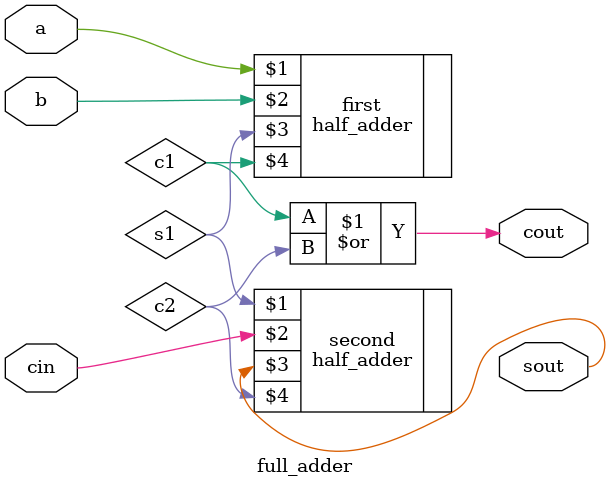
<source format=v>

module full_adder(a, b, cin, sout, cout);
    //what are the input ports.
    input a, b, cin;
    output sout, cout;

     wire c1, s1, c2, s2;
     //module half_adder(a, b, sum, carry);
     half_adder first(a, b, s1, c1);
     half_adder second(s1, cin, sout, c2);

     or or_carry(cout, c1, c2);
    
endmodule
</source>
